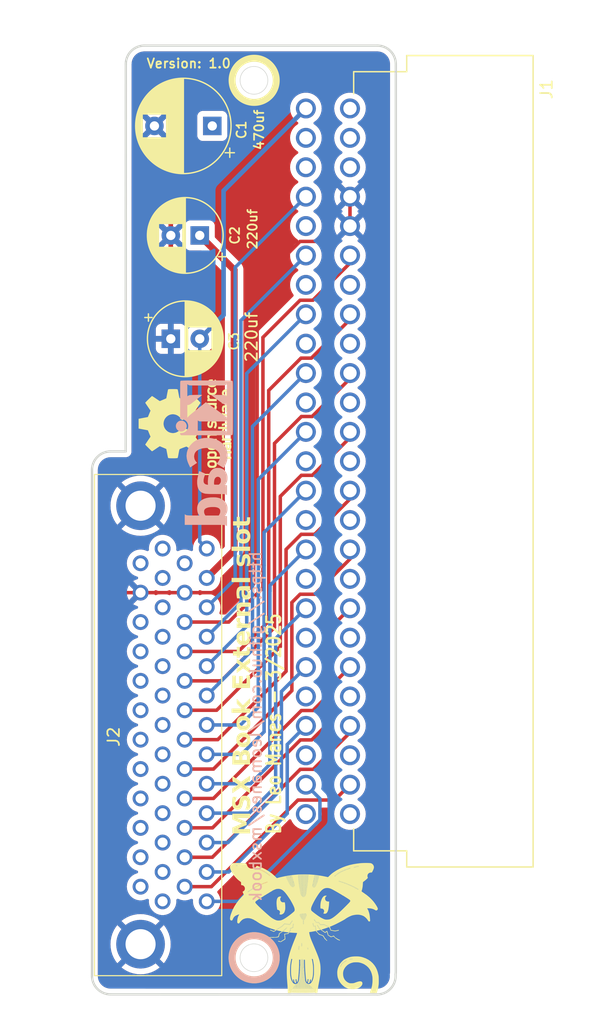
<source format=kicad_pcb>
(kicad_pcb (version 20241229) (generator "pcbnew") (generator_version "9.0")
  (layers (0 "F.Cu" signal) (4 "In1.Cu" signal) (6 "In2.Cu" signal) (2 "B.Cu" signal) (13 "F.Paste" user) (15 "B.Paste" user) (5 "F.SilkS" user "F.Silkscreen") (7 "B.SilkS" user "B.Silkscreen") (1 "F.Mask" user) (3 "B.Mask" user) (25 "Edge.Cuts" user))
  (net 0 "")
  (net 1 "GND")
  (net 2 "+5V")
  (net 3 "+12V")
  (net 4 "-12V")
  (net 5 "SOUNDIN")
  (net 6 "INT")
  (net 7 "SW2")
  (net 8 "A1")
  (net 9 "D7")
  (net 10 "D5")
  (net 11 "A6")
  (net 12 "D2")
  (net 13 "M1")
  (net 14 "A9")
  (net 15 "A7")
  (net 16 "CS12")
  (net 17 "A2")
  (net 18 "D4")
  (net 19 "A12")
  (net 20 "D1")
  (net 21 "A3")
  (net 22 "WR")
  (net 23 "A5")
  (net 24 "A11")
  (net 25 "BUSDIR")
  (net 26 "A0")
  (net 27 "D0")
  (net 28 "MERQ")
  (net 29 "D6")
  (net 30 "A10")
  (net 31 "CLOCK")
  (net 32 "N.C_1")
  (net 33 "IOR1")
  (net 34 "CS2")
  (net 35 "WAIT")
  (net 36 "A4")
  (net 37 "A13")
  (net 38 "~{CS1}")
  (net 39 "N.C_2")
  (net 40 "SW1")
  (net 41 "RFSH")
  (net 42 "A15")
  (net 43 "D3")
  (net 44 "~{RESET}")
  (net 45 "A8")
  (net 46 "~{RD}")
  (net 47 "A14")
  (net 48 "SLTSL")
  (footprint "Documents:cat_cut15" (layer "F.Cu") (at 114.12 116.79)
    (property "Reference" "G***" (hide yes))
    (property "Value" "LOGO" (hide yes))
  )
  (footprint "Capacitor_THT:CP_Radial_D6.3mm_P2.50mm" (layer "F.Cu") (at 102.727621 66.71)
    (property "Reference" "C3" (at 5.452379 0.22 90) (layer "F.SilkS") (effects (font (size 0.8 0.8))))
    (property "Value" "220uf" (at 6.976379 -0.152 90) (layer "F.SilkS"))
    (pad "1" thru_hole rect (at 0 0) (size 1.6 1.6) (drill 0.8) (layers "*.Cu" "*.Mask") (net 1 "GND"))
    (pad "2" thru_hole circle (at 2.5 0) (size 1.6 1.6) (drill 0.8) (layers "*.Cu" "*.Mask") (net 4 "-12V"))
  )
  (footprint "Capacitor_THT:CP_Radial_D6.3mm_P2.50mm" (layer "F.Cu") (at 105.227621 57.78 180)
    (property "Reference" "C2" (at -3.03762 0 90) (layer "F.SilkS") (effects (font (size 0.8 0.8))))
    (property "Value" "220uf" (at -4.56162 0.547 90) (layer "F.SilkS") (effects (font (size 0.8 0.8))))
    (pad "1" thru_hole rect (at 0 0 180) (size 1.6 1.6) (drill 0.8) (layers "*.Cu" "*.Mask") (net 3 "+12V"))
    (pad "2" thru_hole circle (at 2.5 0 180) (size 1.6 1.6) (drill 0.8) (layers "*.Cu" "*.Mask") (net 1 "GND"))
  )
  (footprint "Symbol:OSHW-Logo_7.5x8mm_SilkScreen" (layer "F.Cu") (at 103.95 74.05 90)
    (property "Reference" "REF**" (hide yes))
    (property "Value" "OSHW-Logo_7.5x8mm_SilkScreen" (hide yes))
  )
  (footprint "edge:TE_55326002-02" (layer "F.Cu") (at 116.305 77.29 -90)
    (property "Reference" "J1" (at -32.145 -18.8805 90) (layer "F.SilkS"))
    (property "Value" "2x25 pin header")
    (pad "1" thru_hole circle (at 30.48 -1.905 270) (size 1.725 1.725) (drill 1.15) (layers "*.Cu" "*.Mask") (net 38 "~{CS1}"))
    (pad "2" thru_hole circle (at 30.48 1.905 270) (size 1.725 1.725) (drill 1.15) (layers "*.Cu" "*.Mask") (net 34 "CS2"))
    (pad "3" thru_hole circle (at 27.94 -1.905 270) (size 1.725 1.725) (drill 1.15) (layers "*.Cu" "*.Mask") (net 16 "CS12"))
    (pad "4" thru_hole circle (at 27.94 1.905 270) (size 1.725 1.725) (drill 1.15) (layers "*.Cu" "*.Mask") (net 48 "SLTSL"))
    (pad "5" thru_hole circle (at 25.4 -1.905 270) (size 1.725 1.725) (drill 1.15) (layers "*.Cu" "*.Mask") (net 32 "N.C_1"))
    (pad "6" thru_hole circle (at 25.4 1.905 270) (size 1.725 1.725) (drill 1.15) (layers "*.Cu" "*.Mask") (net 41 "RFSH"))
    (pad "7" thru_hole circle (at 22.86 -1.905 270) (size 1.725 1.725) (drill 1.15) (layers "*.Cu" "*.Mask") (net 35 "WAIT"))
    (pad "8" thru_hole circle (at 22.86 1.905 270) (size 1.725 1.725) (drill 1.15) (layers "*.Cu" "*.Mask") (net 6 "INT"))
    (pad "9" thru_hole circle (at 20.32 -1.905 270) (size 1.725 1.725) (drill 1.15) (layers "*.Cu" "*.Mask") (net 13 "M1"))
    (pad "10" thru_hole circle (at 20.32 1.905 270) (size 1.725 1.725) (drill 1.15) (layers "*.Cu" "*.Mask") (net 25 "BUSDIR"))
    (pad "11" thru_hole circle (at 17.78 -1.905 270) (size 1.725 1.725) (drill 1.15) (layers "*.Cu" "*.Mask") (net 33 "IOR1"))
    (pad "12" thru_hole circle (at 17.78 1.905 270) (size 1.725 1.725) (drill 1.15) (layers "*.Cu" "*.Mask") (net 28 "MERQ"))
    (pad "13" thru_hole circle (at 15.24 -1.905 270) (size 1.725 1.725) (drill 1.15) (layers "*.Cu" "*.Mask") (net 22 "WR"))
    (pad "14" thru_hole circle (at 15.24 1.905 270) (size 1.725 1.725) (drill 1.15) (layers "*.Cu" "*.Mask") (net 46 "~{RD}"))
    (pad "15" thru_hole circle (at 12.7 -1.905 270) (size 1.725 1.725) (drill 1.15) (layers "*.Cu" "*.Mask") (net 44 "~{RESET}"))
    (pad "16" thru_hole circle (at 12.7 1.905 270) (size 1.725 1.725) (drill 1.15) (layers "*.Cu" "*.Mask") (net 39 "N.C_2"))
    (pad "17" thru_hole circle (at 10.16 -1.905 270) (size 1.725 1.725) (drill 1.15) (layers "*.Cu" "*.Mask") (net 14 "A9"))
    (pad "18" thru_hole circle (at 10.16 1.905 270) (size 1.725 1.725) (drill 1.15) (layers "*.Cu" "*.Mask") (net 42 "A15"))
    (pad "19" thru_hole circle (at 7.62 -1.905 270) (size 1.725 1.725) (drill 1.15) (layers "*.Cu" "*.Mask") (net 24 "A11"))
    (pad "20" thru_hole circle (at 7.62 1.905 270) (size 1.725 1.725) (drill 1.15) (layers "*.Cu" "*.Mask") (net 30 "A10"))
    (pad "21" thru_hole circle (at 5.08 -1.905 270) (size 1.725 1.725) (drill 1.15) (layers "*.Cu" "*.Mask") (net 15 "A7"))
    (pad "22" thru_hole circle (at 5.08 1.905 270) (size 1.725 1.725) (drill 1.15) (layers "*.Cu" "*.Mask") (net 11 "A6"))
    (pad "23" thru_hole circle (at 2.54 -1.905 270) (size 1.725 1.725) (drill 1.15) (layers "*.Cu" "*.Mask") (net 19 "A12"))
    (pad "24" thru_hole circle (at 2.54 1.905 270) (size 1.725 1.725) (drill 1.15) (layers "*.Cu" "*.Mask") (net 45 "A8"))
    (pad "25" thru_hole circle (at 0 -1.905 270) (size 1.725 1.725) (drill 1.15) (layers "*.Cu" "*.Mask") (net 47 "A14"))
    (pad "26" thru_hole circle (at 0 1.905 270) (size 1.725 1.725) (drill 1.15) (layers "*.Cu" "*.Mask") (net 37 "A13"))
    (pad "27" thru_hole circle (at -2.54 -1.905 270) (size 1.725 1.725) (drill 1.15) (layers "*.Cu" "*.Mask") (net 8 "A1"))
    (pad "28" thru_hole circle (at -2.54 1.905 270) (size 1.725 1.725) (drill 1.15) (layers "*.Cu" "*.Mask") (net 26 "A0"))
    (pad "29" thru_hole circle (at -5.08 -1.905 270) (size 1.725 1.725) (drill 1.15) (layers "*.Cu" "*.Mask") (net 21 "A3"))
    (pad "30" thru_hole circle (at -5.08 1.905 270) (size 1.725 1.725) (drill 1.15) (layers "*.Cu" "*.Mask") (net 17 "A2"))
    (pad "31" thru_hole circle (at -7.62 -1.905 270) (size 1.725 1.725) (drill 1.15) (layers "*.Cu" "*.Mask") (net 23 "A5"))
    (pad "32" thru_hole circle (at -7.62 1.905 270) (size 1.725 1.725) (drill 1.15) (layers "*.Cu" "*.Mask") (net 36 "A4"))
    (pad "33" thru_hole circle (at -10.16 -1.905 270) (size 1.725 1.725) (drill 1.15) (layers "*.Cu" "*.Mask") (net 20 "D1"))
    (pad "34" thru_hole circle (at -10.16 1.905 270) (size 1.725 1.725) (drill 1.15) (layers "*.Cu" "*.Mask") (net 27 "D0"))
    (pad "35" thru_hole circle (at -12.7 -1.905 270) (size 1.725 1.725) (drill 1.15) (layers "*.Cu" "*.Mask") (net 43 "D3"))
    (pad "36" thru_hole circle (at -12.7 1.905 270) (size 1.725 1.725) (drill 1.15) (layers "*.Cu" "*.Mask") (net 12 "D2"))
    (pad "37" thru_hole circle (at -15.24 -1.905 270) (size 1.725 1.725) (drill 1.15) (layers "*.Cu" "*.Mask") (net 10 "D5"))
    (pad "38" thru_hole circle (at -15.24 1.905 270) (size 1.725 1.725) (drill 1.15) (layers "*.Cu" "*.Mask") (net 18 "D4"))
    (pad "39" thru_hole circle (at -17.78 -1.905 270) (size 1.725 1.725) (drill 1.15) (layers "*.Cu" "*.Mask") (net 9 "D7"))
    (pad "40" thru_hole circle (at -17.78 1.905 270) (size 1.725 1.725) (drill 1.15) (layers "*.Cu" "*.Mask") (net 29 "D6"))
    (pad "41" thru_hole circle (at -20.32 -1.905 270) (size 1.725 1.725) (drill 1.15) (layers "*.Cu" "*.Mask") (net 1 "GND"))
    (pad "42" thru_hole circle (at -20.32 1.905 270) (size 1.725 1.725) (drill 1.15) (layers "*.Cu" "*.Mask") (net 31 "CLOCK"))
    (pad "43" thru_hole circle (at -22.86 -1.905 270) (size 1.725 1.725) (drill 1.15) (layers "*.Cu" "*.Mask") (net 1 "GND"))
    (pad "44" thru_hole circle (at -22.86 1.905 270) (size 1.725 1.725) (drill 1.15) (layers "*.Cu" "*.Mask") (net 40 "SW1"))
    (pad "45" thru_hole circle (at -25.4 -1.905 270) (size 1.725 1.725) (drill 1.15) (layers "*.Cu" "*.Mask") (net 2 "+5V"))
    (pad "46" thru_hole circle (at -25.4 1.905 270) (size 1.725 1.725) (drill 1.15) (layers "*.Cu" "*.Mask") (net 7 "SW2"))
    (pad "47" thru_hole circle (at -27.94 -1.905 270) (size 1.725 1.725) (drill 1.15) (layers "*.Cu" "*.Mask") (net 2 "+5V"))
    (pad "48" thru_hole circle (at -27.94 1.905 270) (size 1.725 1.725) (drill 1.15) (layers "*.Cu" "*.Mask") (net 3 "+12V"))
    (pad "49" thru_hole circle (at -30.48 -1.905 270) (size 1.725 1.725) (drill 1.15) (layers "*.Cu" "*.Mask") (net 5 "SOUNDIN"))
    (pad "50" thru_hole circle (at -30.48 1.905 270) (size 1.725 1.725) (drill 1.15) (layers "*.Cu" "*.Mask") (net 4 "-12V"))
  )
  (footprint "Capacitor_THT:CP_Radial_D8.0mm_P5.00mm" (layer "F.Cu") (at 106.312651 48.32 180)
    (property "Reference" "C1" (at -2.523349 -0.34 90) (layer "F.SilkS") (effects (font (size 0.8 0.8))))
    (property "Value" "470uf" (at -4.047349 -0.34 90) (layer "F.SilkS") (effects (font (size 0.8 0.8))))
    (pad "1" thru_hole rect (at 0 0 180) (size 1.6 1.6) (drill 0.8) (layers "*.Cu" "*.Mask") (net 2 "+5V"))
    (pad "2" thru_hole circle (at 5 0 180) (size 1.6 1.6) (drill 0.8) (layers "*.Cu" "*.Mask") (net 1 "GND"))
  )
  (footprint "ScSI:SCSI_50" (layer "F.Cu") (at 105.83 84.83 90)
    (property "Reference" "J2" (at -16.262 -8.04 90) (layer "F.SilkS"))
    (property "Value" "SCSI 50 pin")
    (pad "1" thru_hole circle (at -29.21 -5.715 270) (size 1.3716 1.3716) (drill 0.8636) (layers "*.Cu" "*.Mask") (net 38 "~{CS1}"))
    (pad "2" thru_hole circle (at -30.48 -3.81 270) (size 1.3716 1.3716) (drill 0.8636) (layers "*.Cu" "*.Mask") (net 34 "CS2"))
    (pad "3" thru_hole circle (at -29.21 -1.905 270) (size 1.3716 1.3716) (drill 0.8636) (layers "*.Cu" "*.Mask") (net 16 "CS12"))
    (pad "4" thru_hole circle (at -30.48 0 270) (size 1.3716 1.3716) (drill 0.8636) (layers "*.Cu" "*.Mask") (net 48 "SLTSL"))
    (pad "5" thru_hole circle (at -26.67 -5.715 270) (size 1.3716 1.3716) (drill 0.8636) (layers "*.Cu" "*.Mask") (net 32 "N.C_1"))
    (pad "6" thru_hole circle (at -27.94 -3.81 270) (size 1.3716 1.3716) (drill 0.8636) (layers "*.Cu" "*.Mask") (net 41 "RFSH"))
    (pad "7" thru_hole circle (at -26.67 -1.905 270) (size 1.3716 1.3716) (drill 0.8636) (layers "*.Cu" "*.Mask") (net 35 "WAIT"))
    (pad "8" thru_hole circle (at -27.94 0 270) (size 1.3716 1.3716) (drill 0.8636) (layers "*.Cu" "*.Mask") (net 6 "INT"))
    (pad "9" thru_hole circle (at -24.13 -5.715 270) (size 1.3716 1.3716) (drill 0.8636) (layers "*.Cu" "*.Mask") (net 13 "M1"))
    (pad "10" thru_hole circle (at -25.4 -3.81 270) (size 1.3716 1.3716) (drill 0.8636) (layers "*.Cu" "*.Mask") (net 25 "BUSDIR"))
    (pad "11" thru_hole circle (at -24.13 -1.905 270) (size 1.3716 1.3716) (drill 0.8636) (layers "*.Cu" "*.Mask") (net 33 "IOR1"))
    (pad "12" thru_hole circle (at -25.4 0 270) (size 1.3716 1.3716) (drill 0.8636) (layers "*.Cu" "*.Mask") (net 28 "MERQ"))
    (pad "13" thru_hole circle (at -21.59 -5.715 270) (size 1.3716 1.3716) (drill 0.8636) (layers "*.Cu" "*.Mask") (net 22 "WR"))
    (pad "14" thru_hole circle (at -22.86 -3.81 270) (size 1.3716 1.3716) (drill 0.8636) (layers "*.Cu" "*.Mask") (net 46 "~{RD}"))
    (pad "15" thru_hole circle (at -21.59 -1.905 270) (size 1.3716 1.3716) (drill 0.8636) (layers "*.Cu" "*.Mask") (net 44 "~{RESET}"))
    (pad "16" thru_hole circle (at -22.86 0 270) (size 1.3716 1.3716) (drill 0.8636) (layers "*.Cu" "*.Mask") (net 39 "N.C_2"))
    (pad "17" thru_hole circle (at -19.05 -5.715 270) (size 1.3716 1.3716) (drill 0.8636) (layers "*.Cu" "*.Mask") (net 14 "A9"))
    (pad "18" thru_hole circle (at -20.32 -3.81 270) (size 1.3716 1.3716) (drill 0.8636) (layers "*.Cu" "*.Mask") (net 42 "A15"))
    (pad "19" thru_hole circle (at -19.05 -1.905 270) (size 1.3716 1.3716) (drill 0.8636) (layers "*.Cu" "*.Mask") (net 24 "A11"))
    (pad "20" thru_hole circle (at -20.32 0 270) (size 1.3716 1.3716) (drill 0.8636) (layers "*.Cu" "*.Mask") (net 30 "A10"))
    (pad "21" thru_hole circle (at -16.51 -5.715 270) (size 1.3716 1.3716) (drill 0.8636) (layers "*.Cu" "*.Mask") (net 15 "A7"))
    (pad "22" thru_hole circle (at -17.78 -3.81 270) (size 1.3716 1.3716) (drill 0.8636) (layers "*.Cu" "*.Mask") (net 11 "A6"))
    (pad "23" thru_hole circle (at -16.51 -1.905 270) (size 1.3716 1.3716) (drill 0.8636) (layers "*.Cu" "*.Mask") (net 19 "A12"))
    (pad "24" thru_hole circle (at -17.78 0 270) (size 1.3716 1.3716) (drill 0.8636) (layers "*.Cu" "*.Mask") (net 45 "A8"))
    (pad "25" thru_hole circle (at -13.97 -5.715 270) (size 1.3716 1.3716) (drill 0.8636) (layers "*.Cu" "*.Mask") (net 47 "A14"))
    (pad "26" thru_hole circle (at -15.24 -3.81 270) (size 1.3716 1.3716) (drill 0.8636) (layers "*.Cu" "*.Mask") (net 37 "A13"))
    (pad "27" thru_hole circle (at -13.97 -1.905 270) (size 1.3716 1.3716) (drill 0.8636) (layers "*.Cu" "*.Mask") (net 8 "A1"))
    (pad "28" thru_hole circle (at -15.24 0 270) (size 1.3716 1.3716) (drill 0.8636) (layers "*.Cu" "*.Mask") (net 26 "A0"))
    (pad "29" thru_hole circle (at -11.43 -5.715 270) (size 1.3716 1.3716) (drill 0.8636) (layers "*.Cu" "*.Mask") (net 21 "A3"))
    (pad "30" thru_hole circle (at -12.7 -3.81 270) (size 1.3716 1.3716) (drill 0.8636) (layers "*.Cu" "*.Mask") (net 17 "A2"))
    (pad "31" thru_hole circle (at -11.43 -1.905 270) (size 1.3716 1.3716) (drill 0.8636) (layers "*.Cu" "*.Mask") (net 23 "A5"))
    (pad "32" thru_hole circle (at -12.7 0 270) (size 1.3716 1.3716) (drill 0.8636) (layers "*.Cu" "*.Mask") (net 36 "A4"))
    (pad "33" thru_hole circle (at -8.89 -5.715 270) (size 1.3716 1.3716) (drill 0.8636) (layers "*.Cu" "*.Mask") (net 20 "D1"))
    (pad "34" thru_hole circle (at -10.16 -3.81 270) (size 1.3716 1.3716) (drill 0.8636) (layers "*.Cu" "*.Mask") (net 27 "D0"))
    (pad "35" thru_hole circle (at -8.89 -1.905 270) (size 1.3716 1.3716) (drill 0.8636) (layers "*.Cu" "*.Mask") (net 43 "D3"))
    (pad "36" thru_hole circle (at -10.16 0 270) (size 1.3716 1.3716) (drill 0.8636) (layers "*.Cu" "*.Mask") (net 12 "D2"))
    (pad "37" thru_hole circle (at -6.35 -5.715 270) (size 1.3716 1.3716) (drill 0.8636) (layers "*.Cu" "*.Mask") (net 10 "D5"))
    (pad "38" thru_hole circle (at -7.62 -3.81 270) (size 1.3716 1.3716) (drill 0.8636) (layers "*.Cu" "*.Mask") (net 18 "D4"))
    (pad "39" thru_hole circle (at -6.35 -1.905 270) (size 1.3716 1.3716) (drill 0.8636) (layers "*.Cu" "*.Mask") (net 9 "D7"))
    (pad "40" thru_hole circle (at -7.62 0 270) (size 1.3716 1.3716) (drill 0.8636) (layers "*.Cu" "*.Mask") (net 29 "D6"))
    (pad "41" thru_hole circle (at -3.81 -5.715 270) (size 1.3716 1.3716) (drill 0.8636) (layers "*.Cu" "*.Mask") (net 1 "GND"))
    (pad "42" thru_hole circle (at -5.08 -3.81 270) (size 1.3716 1.3716) (drill 0.8636) (layers "*.Cu" "*.Mask") (net 31 "CLOCK"))
    (pad "43" thru_hole circle (at -3.81 -1.905 270) (size 1.3716 1.3716) (drill 0.8636) (layers "*.Cu" "*.Mask") (net 1 "GND"))
    (pad "44" thru_hole circle (at -5.08 0 270) (size 1.3716 1.3716) (drill 0.8636) (layers "*.Cu" "*.Mask") (net 40 "SW1"))
    (pad "45" thru_hole circle (at -1.27 -5.715 270) (size 1.3716 1.3716) (drill 0.8636) (layers "*.Cu" "*.Mask") (net 2 "+5V"))
    (pad "46" thru_hole circle (at -2.54 -3.81 270) (size 1.3716 1.3716) (drill 0.8636) (layers "*.Cu" "*.Mask") (net 7 "SW2"))
    (pad "47" thru_hole circle (at -1.27 -1.905 270) (size 1.3716 1.3716) (drill 0.8636) (layers "*.Cu" "*.Mask") (net 2 "+5V"))
    (pad "48" thru_hole circle (at -2.54 0 270) (size 1.3716 1.3716) (drill 0.8636) (layers "*.Cu" "*.Mask") (net 3 "+12V"))
    (pad "49" thru_hole circle (at 0 -3.81 270) (size 1.3716 1.3716) (drill 0.8636) (layers "*.Cu" "*.Mask") (net 5 "SOUNDIN"))
    (pad "50" thru_hole circle (at 0 0 270) (size 1.3716 1.3716) (drill 0.8636) (layers "*.Cu" "*.Mask") (net 4 "-12V"))
    (pad "51" thru_hole circle (at 3.7 -5.715 270) (size 4.2 4.2) (drill 2.6) (layers "*.Cu" "*.Mask") (net 1 "GND"))
    (pad "52" thru_hole circle (at -34.18 -5.715 270) (size 4.2 4.2) (drill 2.6) (layers "*.Cu" "*.Mask") (net 1 "GND"))
  )
  (footprint "Symbol:KiCad-Logo_5mm_SilkScreen" (layer "B.Cu") (at 106.147938 76.594302 -90)
    (property "Reference" "REF**" (hide yes))
    (property "Value" "KiCad-Logo_5mm_SilkScreen" (hide yes))
  )
  (gr_circle (center 109.93 44.38) (end 111.838734 44.38) (stroke (width 0.6)) (fill no) (layer "F.SilkS"))
  (gr_circle (center 109.93 120.181266) (end 111.838734 120.181266) (stroke (width 0.6)) (fill no) (layer "F.SilkS"))
  (gr_circle (center 109.93 120.181266) (end 108.021266 120.181266) (stroke (width 0.6)) (fill no) (layer "B.SilkS"))
  (gr_arc (start 97.519756 123.345952) (mid 96.38856 122.877234) (end 95.92 121.745952) (stroke (width 0.2)) (layer "Edge.Cuts"))
  (gr_line (start 98.839544 42.979544) (end 98.83 76.44) (stroke (width 0.2)) (layer "Edge.Cuts"))
  (gr_line (start 95.92 78.04) (end 95.92 121.745952) (stroke (width 0.2)) (layer "Edge.Cuts"))
  (gr_arc (start 122.150141 121.64) (mid 121.722152 122.844222) (end 120.549897 123.353283) (stroke (width 0.2)) (layer "Edge.Cuts"))
  (gr_line (start 122.169605 121.44) (end 122.150141 121.64) (stroke (width 0.2)) (layer "Edge.Cuts"))
  (gr_line (start 98.83 76.44) (end 97.52 76.44) (stroke (width 0.2)) (layer "Edge.Cuts"))
  (gr_line (start 97.519756 123.345952) (end 120.549897 123.349464) (stroke (width 0.2)) (layer "Edge.Cuts"))
  (gr_line (start 122.169605 121.44) (end 122.169605 42.980395) (stroke (width 0.2)) (layer "Edge.Cuts"))
  (gr_arc (start 95.92 78.04) (mid 96.388629 76.908629) (end 97.52 76.44) (stroke (width 0.2)) (layer "Edge.Cuts"))
  (gr_arc (start 98.839544 42.979544) (mid 99.308337 41.848483) (end 100.439544 41.38) (stroke (width 0.2)) (layer "Edge.Cuts"))
  (gr_circle (center 109.9124 44.38) (end 111.1124 44.38) (stroke (width 0.05)) (fill no) (layer "Edge.Cuts"))
  (gr_arc (start 120.569605 41.38) (mid 121.701115 41.848769) (end 122.169605 42.980395) (stroke (width 0.2)) (layer "Edge.Cuts"))
  (gr_circle (center 109.9124 120.181266) (end 111.1124 120.181266) (stroke (width 0.05)) (fill no) (layer "Edge.Cuts"))
  (gr_line (start 120.569605 41.38) (end 100.439544 41.38) (stroke (width 0.2)) (layer "Edge.Cuts"))
  (gr_text "Version: 1.0" (at 100.56 43.39 0) (layer "F.SilkS") (effects (font (size 0.8 0.8) (thickness 0.15) (bold yes)) (justify left bottom)))
  (gr_text "MSX Book External slot\n" (at 109.83 109.63 90) (layer "F.SilkS") (effects (font (size 1.5 1.5) (thickness 0.3) (bold yes)) (justify left bottom)))
  (gr_text "By Leo Manes - 3/2025" (at 112.33 109.63 90) (layer "F.SilkS") (effects (font (size 1.2 1) (thickness 0.2) (bold yes)) (justify left bottom)))
  (gr_text "https://github.com/leomanes/msxbook" (at 110.65 84.97 90) (layer "B.SilkS") (effects (font (size 1 1)) (justify left bottom mirror)))
  (segment (start 100.115 81.13) (end 102.727621 78.517379) (width 0.4) (layer "F.Cu") (net 1))
  (segment (start 100.115 88.64) (end 98.015 88.64) (width 0.3) (layer "F.Cu") (net 1))
  (segment (start 118.21 56.97) (end 118.21 54.43) (width 0.3) (layer "F.Cu") (net 1))
  (segment (start 113.897766 58.2975) (end 116.8825 58.2975) (width 0.3) (layer "F.Cu") (net 1))
  (segment (start 100.115 119.01) (end 98.015 116.91) (width 0.4) (layer "F.Cu") (net 1))
  (segment (start 98.015 88.64) (end 98.015 83.23) (width 0.4) (layer "F.Cu") (net 1))
  (segment (start 103.925 88.64) (end 107.46 88.64) (width 0.3) (layer "F.Cu") (net 1))
  (segment (start 107.46 88.64) (end 110.1875 85.9125) (width 0.3) (layer "F.Cu") (net 1))
  (segment (start 98.015 83.23) (end 100.115 81.13) (width 0.4) (layer "F.Cu") (net 1))
  (segment (start 116.8825 58.2975) (end 118.21 56.97) (width 0.3) (layer "F.Cu") (net 1))
  (segment (start 110.1875 85.9125) (end 110.1875 62.007766) (width 0.3) (layer "F.Cu") (net 1))
  (segment (start 102.727621 78.517379) (end 102.727621 49.73497) (width 0.4) (layer "F.Cu") (net 1))
  (segment (start 102.727621 49.73497) (end 101.312651 48.32) (width 0.4) (layer "F.Cu") (net 1))
  (segment (start 98.015 116.91) (end 98.015 88.64) (width 0.4) (layer "F.Cu") (net 1))
  (segment (start 110.1875 62.007766) (end 113.897766 58.2975) (width 0.3) (layer "F.Cu") (net 1))
  (segment (start 103.925 88.64) (end 100.115 88.64) (width 0.3) (layer "F.Cu") (net 1))
  (segment (start 98.3 82.945) (end 100.115 81.13) (width 0.3) (layer "B.Cu") (net 1))
  (segment (start 100.115 119.01) (end 98.3 117.195) (width 0.3) (layer "B.Cu") (net 1))
  (segment (start 98.3 117.195) (end 98.3 82.945) (width 0.3) (layer "B.Cu") (net 1))
  (segment (start 108.2 60.752379) (end 108.2 85) (width 0.6) (layer "F.Cu") (net 3))
  (segment (start 108.2 85) (end 105.83 87.37) (width 0.6) (layer "F.Cu") (net 3))
  (segment (start 105.227621 57.78) (end 108.2 60.752379) (width 0.6) (layer "F.Cu") (net 3))
  (segment (start 105.227621 66.71) (end 107.2875 64.650121) (width 0.4) (layer "B.Cu") (net 4))
  (segment (start 105.227621 66.71) (end 105.227621 84.227621) (width 0.3) (layer "B.Cu") (net 4))
  (segment (start 107.2875 64.650121) (end 107.2875 53.9225) (width 0.4) (layer "B.Cu") (net 4))
  (segment (start 105.227621 84.227621) (end 105.83 84.83) (width 0.3) (layer "B.Cu") (net 4))
  (segment (start 107.2875 53.9225) (end 114.4 46.81) (width 0.4) (layer "B.Cu") (net 4))
  (segment (start 112.7875 107.716104) (end 112.7875 101.7625) (width 0.3) (layer "B.Cu") (net 6))
  (segment (start 105.83 112.77) (end 107.733604 112.77) (width 0.3) (layer "B.Cu") (net 6))
  (segment (start 107.733604 112.77) (end 112.7875 107.716104) (width 0.3) (layer "B.Cu") (net 6))
  (segment (start 112.7875 101.7625) (end 114.4 100.15) (width 0.3) (layer "B.Cu") (net 6))
  (segment (start 114.012766 78.5025) (end 114.9575 78.5025) (width 0.3) (layer "F.Cu") (net 8))
  (segment (start 103.925 98.8) (end 106.69 98.8) (width 0.3) (layer "F.Cu") (net 8))
  (segment (start 114.9575 78.5025) (end 118.21 75.25) (width 0.3) (layer "F.Cu") (net 8))
  (segment (start 118.21 75.25) (end 118.21 74.75) (width 0.3) (layer "F.Cu") (net 8))
  (segment (start 112.1875 80.327766) (end 114.012766 78.5025) (width 0.3) (layer "F.Cu") (net 8))
  (segment (start 106.69 98.8) (end 112.1875 93.3025) (width 0.3) (layer "F.Cu") (net 8))
  (segment (start 112.1875 93.3025) (end 112.1875 80.327766) (width 0.3) (layer "F.Cu") (net 8))
  (segment (start 115.0025 63.3775) (end 118.21 60.17) (width 0.3) (layer "F.Cu") (net 9))
  (segment (start 103.925 91.18) (end 107.7375 91.18) (width 0.3) (layer "F.Cu") (net 9))
  (segment (start 118.21 60.17) (end 118.21 59.51) (width 0.3) (layer "F.Cu") (net 9))
  (segment (start 113.897766 63.3775) (end 115.0025 63.3775) (width 0.3) (layer "F.Cu") (net 9))
  (segment (start 110.6875 66.587766) (end 113.897766 63.3775) (width 0.3) (layer "F.Cu") (net 9))
  (segment (start 110.6875 88.23) (end 110.6875 66.587766) (width 0.3) (layer "F.Cu") (net 9))
  (segment (start 107.7375 91.18) (end 110.6875 88.23) (width 0.3) (layer "F.Cu") (net 9))
  (segment (start 109.2875 69.7025) (end 114.4 64.59) (width 0.3) (layer "B.Cu") (net 12))
  (segment (start 109.2875 91.5325) (end 109.2875 69.7025) (width 0.3) (layer "B.Cu") (net 12))
  (segment (start 105.83 94.99) (end 109.2875 91.5325) (width 0.3) (layer "B.Cu") (net 12))
  (segment (start 116.8825 106.5575) (end 118.21 105.23) (width 0.3) (layer "F.Cu") (net 16))
  (segment (start 103.925 114.04) (end 106.23 114.04) (width 0.3) (layer "F.Cu") (net 16))
  (segment (start 106.23 114.04) (end 113.7125 106.5575) (width 0.3) (layer "F.Cu") (net 16))
  (segment (start 113.7125 106.5575) (end 116.8825 106.5575) (width 0.3) (layer "F.Cu") (net 16))
  (segment (start 115.16 83.6) (end 118.21 80.55) (width 0.3) (layer "F.Cu") (net 19))
  (segment (start 103.925 101.34) (end 106.78 101.34) (width 0.3) (layer "F.Cu") (net 19))
  (segment (start 113.995266 83.6) (end 115.16 83.6) (width 0.3) (layer "F.Cu") (net 19))
  (segment (start 106.78 101.34) (end 112.6875 95.4325) (width 0.3) (layer "F.Cu") (net 19))
  (segment (start 112.6875 95.4325) (end 112.6875 84.907766) (width 0.3) (layer "F.Cu") (net 19))
  (segment (start 112.6875 84.907766) (end 113.995266 83.6) (width 0.3) (layer "F.Cu") (net 19))
  (segment (start 118.21 80.55) (end 118.21 79.83) (width 0.3) (layer "F.Cu") (net 19))
  (segment (start 118.21 70.15) (end 118.21 69.67) (width 0.3) (layer "F.Cu") (net 23))
  (segment (start 111.6875 91.6525) (end 111.6875 75.747766) (width 0.3) (layer "F.Cu") (net 23))
  (segment (start 114.012766 73.4225) (end 114.9375 73.4225) (width 0.3) (layer "F.Cu") (net 23))
  (segment (start 107.08 96.26) (end 111.6875 91.6525) (width 0.3) (layer "F.Cu") (net 23))
  (segment (start 103.925 96.26) (end 107.08 96.26) (width 0.3) (layer "F.Cu") (net 23))
  (segment (start 111.6875 75.747766) (end 114.012766 73.4225) (width 0.3) (layer "F.Cu") (net 23))
  (segment (start 114.9375 73.4225) (end 118.21 70.15) (width 0.3) (layer "F.Cu") (net 23))
  (segment (start 106.415266 103.88) (end 113.1875 97.107766) (width 0.3) (layer "F.Cu") (net 24))
  (segment (start 115.167766 88.7775) (end 118.21 85.735266) (width 0.3) (layer "F.Cu") (net 24))
  (segment (start 113.1875 89.487766) (end 113.897766 88.7775) (width 0.3) (layer "F.Cu") (net 24))
  (segment (start 103.925 103.88) (end 106.415266 103.88) (width 0.3) (layer "F.Cu") (net 24))
  (segment (start 113.897766 88.7775) (end 115.167766 88.7775) (width 0.3) (layer "F.Cu") (net 24))
  (segment (start 113.1875 97.107766) (end 113.1875 89.487766) (width 0.3) (layer "F.Cu") (net 24))
  (segment (start 118.21 85.735266) (end 118.21 84.91) (width 0.3) (layer "F.Cu") (net 24))
  (segment (start 110.2875 78.8625) (end 114.4 74.75) (width 0.3) (layer "B.Cu") (net 26))
  (segment (start 108.75 100.07) (end 110.2875 98.5325) (width 0.3) (layer "B.Cu") (net 26))
  (segment (start 110.2875 98.5325) (end 110.2875 78.8625) (width 0.3) (layer "B.Cu") (net 26))
  (segment (start 105.83 100.07) (end 108.75 100.07) (width 0.3) (layer "B.Cu") (net 26))
  (segment (start 105.83 110.23) (end 107.662894 110.23) (width 0.3) (layer "B.Cu") (net 28))
  (segment (start 112.2875 97.1825) (end 114.4 95.07) (width 0.3) (layer "B.Cu") (net 28))
  (segment (start 107.662894 110.23) (end 112.2875 105.605394) (width 0.3) (layer "B.Cu") (net 28))
  (segment (start 112.2875 105.605394) (end 112.2875 97.1825) (width 0.3) (layer "B.Cu") (net 28))
  (segment (start 108.7875 89.4925) (end 108.7875 65.1225) (width 0.3) (layer "B.Cu") (net 29))
  (segment (start 105.83 92.45) (end 108.7875 89.4925) (width 0.3) (layer "B.Cu") (net 29))
  (segment (start 108.7875 65.1225) (end 114.4 59.51) (width 0.3) (layer "B.Cu") (net 29))
  (segment (start 109.61 105.15) (end 111.2875 103.4725) (width 0.3) (layer "B.Cu") (net 30))
  (segment (start 111.2875 88.5325) (end 111.3 88.52) (width 0.3) (layer "B.Cu") (net 30))
  (segment (start 111.3 88.52) (end 111.3 88.01) (width 0.3) (layer "B.Cu") (net 30))
  (segment (start 111.3 88.01) (end 114.4 84.91) (width 0.3) (layer "B.Cu") (net 30))
  (segment (start 105.83 105.15) (end 109.61 105.15) (width 0.3) (layer "B.Cu") (net 30))
  (segment (start 111.2875 103.4725) (end 111.2875 88.5325) (width 0.3) (layer "B.Cu") (net 30))
  (segment (start 116.48 96.8) (end 118.21 95.07) (width 0.3) (layer "F.Cu") (net 33))
  (segment (start 103.925 108.96) (end 106.33 108.96) (width 0.3) (layer "F.Cu") (net 33))
  (segment (start 113.9275 101.3625) (end 114.902234 101.3625) (width 0.3) (layer "F.Cu") (net 33))
  (segment (start 114.902234 101.3625) (end 116.48 99.784734) (width 0.3) (layer "F.Cu") (net 33))
  (segment (start 116.48 99.784734) (end 116.48 96.8) (width 0.3) (layer "F.Cu") (net 33))
  (segment (start 106.33 108.96) (end 113.9275 101.3625) (width 0.3) (layer "F.Cu") (net 33))
  (segment (start 106.32 111.5) (end 113.9175 103.9025) (width 0.3) (layer "F.Cu") (net 35))
  (segment (start 115.0375 103.9025) (end 118.21 100.73) (width 0.3) (layer "F.Cu") (net 35))
  (segment (start 113.9175 103.9025) (end 115.0375 103.9025) (width 0.3) (layer "F.Cu") (net 35))
  (segment (start 118.21 100.73) (end 118.21 100.15) (width 0.3) (layer "F.Cu") (net 35))
  (segment (start 103.925 111.5) (end 106.32 111.5) (width 0.3) (layer "F.Cu") (net 35))
  (segment (start 109.7875 74.2825) (end 114.4 69.67) (width 0.3) (layer "B.Cu") (net 36))
  (segment (start 109.7875 93.5725) (end 109.7875 74.2825) (width 0.3) (layer "B.Cu") (net 36))
  (segment (start 105.83 97.53) (end 109.7875 93.5725) (width 0.3) (layer "B.Cu") (net 36))
  (segment (start 105.83 107.69) (end 109.495788 107.69) (width 0.3) (layer "B.Cu") (net 39))
  (segment (start 111.79 92.6) (end 114.4 89.99) (width 0.3) (layer "B.Cu") (net 39))
  (segment (start 109.495788 107.69) (end 111.7875 105.398288) (width 0.3) (layer "B.Cu") (net 39))
  (segment (start 111.79 94.665) (end 111.79 92.6) (width 0.3) (layer "B.Cu") (net 39))
  (segment (start 111.7875 105.398288) (end 111.7875 94.6675) (width 0.3) (layer "B.Cu") (net 39))
  (segment (start 111.7875 94.6675) (end 111.79 94.665) (width 0.3) (layer "B.Cu") (net 39))
  (segment (start 105.83 89.91) (end 108.2875 87.4525) (width 0.3) (layer "B.Cu") (net 40))
  (segment (start 108.2875 60.5425) (end 114.4 54.43) (width 0.3) (layer "B.Cu") (net 40))
  (segment (start 108.2875 87.4525) (end 108.2875 60.5425) (width 0.3) (layer "B.Cu") (net 40))
  (segment (start 118.21 65.04) (end 118.21 64.59) (width 0.3) (layer "F.Cu") (net 43))
  (segment (start 113.975266 68.38) (end 114.87 68.38) (width 0.3) (layer "F.Cu") (net 43))
  (segment (start 108.57 93.72) (end 111.1875 91.1025) (width 0.3) (layer "F.Cu") (net 43))
  (segment (start 111.1875 91.1025) (end 111.1875 71.167766) (width 0.3) (layer "F.Cu") (net 43))
  (segment (start 114.87 68.38) (end 118.21 65.04) (width 0.3) (layer "F.Cu") (net 43))
  (segment (start 111.1875 71.167766) (end 113.975266 68.38) (width 0.3) (layer "F.Cu") (net 43))
  (segment (start 103.925 93.72) (end 108.57 93.72) (width 0.3) (layer "F.Cu") (net 43))
  (segment (start 114.012766 98.8225) (end 115.0075 98.8225) (width 0.3) (layer "F.Cu") (net 44))
  (segment (start 103.925 106.42) (end 106.415266 106.42) (width 0.3) (layer "F.Cu") (net 44))
  (segment (start 115.98 92.22) (end 118.21 89.99) (width 0.3) (layer "F.Cu") (net 44))
  (segment (start 115.0075 98.8225) (end 115.98 97.85) (width 0.3) (layer "F.Cu") (net 44))
  (segment (start 115.98 97.85) (end 115.98 92.22) (width 0.3) (layer "F.Cu") (net 44))
  (segment (start 106.415266 106.42) (end 114.012766 98.8225) (width 0.3) (layer "F.Cu") (net 44))
  (segment (start 110.7875 86.2975) (end 110.79 86.295) (width 0.3) (layer "B.Cu") (net 45))
  (segment (start 110.7875 100.6625) (end 110.7875 86.2975) (width 0.3) (layer "B.Cu") (net 45))
  (segment (start 108.84 102.61) (end 110.7875 100.6625) (width 0.3) (layer "B.Cu") (net 45))
  (segment (start 105.83 102.61) (end 108.84 102.61) (width 0.3) (layer "B.Cu") (net 45))
  (segment (start 110.79 83.44) (end 114.4 79.83) (width 0.3) (layer "B.Cu") (net 45))
  (segment (start 110.79 86.295) (end 110.79 83.44) (width 0.3) (layer "B.Cu") (net 45))
  (segment (start 108.574734 115.31) (end 115.6125 108.272234) (width 0.3) (layer "B.Cu") (net 48))
  (segment (start 105.83 115.31) (end 108.574734 115.31) (width 0.3) (layer "B.Cu") (net 48))
  (segment (start 115.6125 106.4425) (end 114.4 105.23) (width 0.3) (layer "B.Cu") (net 48))
  (segment (start 115.6125 108.272234) (end 115.6125 106.4425) (width 0.3) (layer "B.Cu") (net 48))
  (zone (net 1) (net_name "GND") (layers "F.Cu" "B.Cu" "In1.Cu" "In2.Cu") (connect_pads (clearance 0.5)) (min_thickness 0.25) (fill yes (thermal_gap 0.5) (thermal_bridge_width 0.5))
    (polygon (pts (xy 88.239559 37.450627) (xy 138.959559 37.440627) (xy 138.959559 125.870627) (xy 87.969559 125.930627)))
  )
)
</source>
